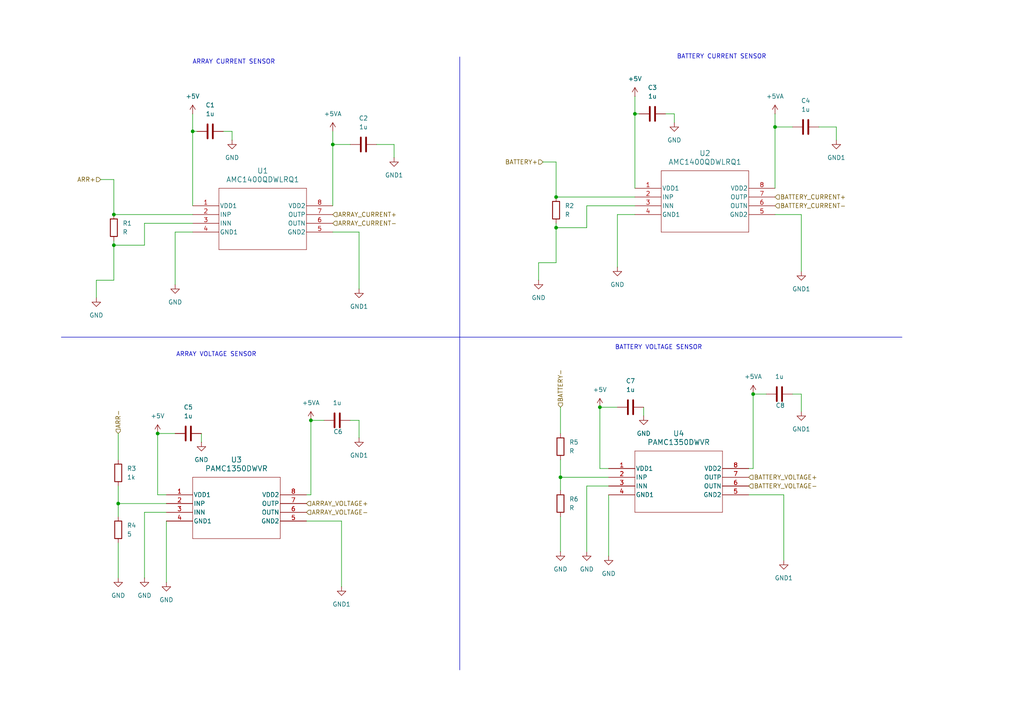
<source format=kicad_sch>
(kicad_sch (version 20231120) (generator "eeschema") (generator_version "8.0")
  (paper "A4")
  (lib_symbols
    (symbol "AMC1350 Precision, ±5-V Input, Reinforced Isolated Amplifier:PAMC1350DWVR" (pin_names (offset 0.254))
      (property "Reference" "U" (at 20.32 10.16 0))
      (property "Value" "PAMC1350DWVR" (at 20.32 7.62 0))
      (symbol "PAMC1350DWVR_0_1"
        (polyline (pts (xy 7.62 -12.7) (xy 33.02 -12.7)) (stroke (width 0.127)))
        (polyline (pts (xy 7.62 5.08) (xy 7.62 -12.7)) (stroke (width 0.127)))
        (polyline (pts (xy 33.02 -12.7) (xy 33.02 5.08)) (stroke (width 0.127)))
        (polyline (pts (xy 33.02 5.08) (xy 7.62 5.08)) (stroke (width 0.127)))
        (pin power_in line (at 0 0 0) (length 7.62) (name "VDD1") (number "1"))
        (pin input line (at 0 -2.54 0) (length 7.62) (name "INP") (number "2"))
        (pin input line (at 0 -5.08 0) (length 7.62) (name "INN") (number "3"))
        (pin power_out line (at 0 -7.62 0) (length 7.62) (name "GND1") (number "4"))
        (pin power_out line (at 40.64 -7.62 180) (length 7.62) (name "GND2") (number "5"))
        (pin output line (at 40.64 -5.08 180) (length 7.62) (name "OUTN") (number "6"))
        (pin output line (at 40.64 -2.54 180) (length 7.62) (name "OUTP") (number "7"))
        (pin power_in line (at 40.64 0 180) (length 7.62) (name "VDD2") (number "8"))
      )
    )
    (symbol "AMC1400 Precision, ±250-mV Input, Reinforced Isolated Amplifier in a 15-mm Stretched SOIC Package:AMC1400QDWLRQ1" (pin_names (offset 0.254))
      (property "Reference" "U" (at 20.32 10.16 0))
      (property "Value" "AMC1400QDWLRQ1" (at 20.32 7.62 0))
      (symbol "AMC1400QDWLRQ1_0_1"
        (polyline (pts (xy 7.62 -12.7) (xy 33.02 -12.7)) (stroke (width 0.127)))
        (polyline (pts (xy 7.62 5.08) (xy 7.62 -12.7)) (stroke (width 0.127)))
        (polyline (pts (xy 33.02 -12.7) (xy 33.02 5.08)) (stroke (width 0.127)))
        (polyline (pts (xy 33.02 5.08) (xy 7.62 5.08)) (stroke (width 0.127)))
        (pin power_in line (at 0 0 0) (length 7.62) (name "VDD1") (number "1"))
        (pin input line (at 0 -2.54 0) (length 7.62) (name "INP") (number "2"))
        (pin input line (at 0 -5.08 0) (length 7.62) (name "INN") (number "3"))
        (pin power_out line (at 0 -7.62 0) (length 7.62) (name "GND1") (number "4"))
        (pin power_out line (at 40.64 -7.62 180) (length 7.62) (name "GND2") (number "5"))
        (pin output line (at 40.64 -5.08 180) (length 7.62) (name "OUTN") (number "6"))
        (pin output line (at 40.64 -2.54 180) (length 7.62) (name "OUTP") (number "7"))
        (pin power_in line (at 40.64 0 180) (length 7.62) (name "VDD2") (number "8"))
      )
    )
    (symbol "Device:C" (pin_numbers hide) (pin_names (offset 0.254))
      (property "Reference" "C" (at 0.635 2.54 0))
      (property "Value" "C" (at 0.635 -2.54 0))
      (symbol "C_0_1"
        (polyline (pts (xy -2.032 -0.762) (xy 2.032 -0.762)) (stroke (width 0.508)))
        (polyline (pts (xy -2.032 0.762) (xy 2.032 0.762)) (stroke (width 0.508)))
      )
      (symbol "C_1_1"
        (pin passive line (at 0 3.81 270) (length 2.794) (name "~") (number "1"))
        (pin passive line (at 0 -3.81 90) (length 2.794) (name "~") (number "2"))
      )
    )
    (symbol "Device:R" (pin_numbers hide) (pin_names (offset 0))
      (property "Reference" "R" (at 2.032 0 90))
      (property "Value" "R" (at 0 0 90))
      (symbol "R_0_1"
        (rectangle (start -1.016 -2.54) (end 1.016 2.54) (stroke (width 0.254)))
      )
      (symbol "R_1_1"
        (pin passive line (at 0 3.81 270) (length 1.27) (name "~") (number "1"))
        (pin passive line (at 0 -3.81 90) (length 1.27) (name "~") (number "2"))
      )
    )
    (symbol "power:+5V" (power) (pin_numbers hide) (pin_names (offset 0) hide)
      (property "Value" "+5V" (at 0 3.556 0))
      (symbol "+5V_0_1"
        (polyline (pts (xy -0.762 1.27) (xy 0 2.54)))
        (polyline (pts (xy 0 0) (xy 0 2.54)))
        (polyline (pts (xy 0 2.54) (xy 0.762 1.27)))
      )
      (symbol "+5V_1_1"
        (pin power_in line (at 0 0 90) (length 0) (name "~") (number "1"))
      )
    )
    (symbol "power:GND" (power) (pin_numbers hide) (pin_names (offset 0) hide)
      (property "Value" "GND" (at 0 -3.81 0))
      (symbol "GND_0_1"
        (polyline (pts (xy 0 0) (xy 0 -1.27) (xy 1.27 -1.27) (xy 0 -2.54) (xy -1.27 -1.27) (xy 0 -1.27)))
      )
      (symbol "GND_1_1"
        (pin power_in line (at 0 0 270) (length 0) (name "~") (number "1"))
      )
    )
    (symbol "power:GND1" (power) (pin_numbers hide) (pin_names (offset 0) hide)
      (property "Value" "GND1" (at 0 -3.81 0))
      (symbol "GND1_0_1"
        (polyline (pts (xy 0 0) (xy 0 -1.27) (xy 1.27 -1.27) (xy 0 -2.54) (xy -1.27 -1.27) (xy 0 -1.27)))
      )
      (symbol "GND1_1_1"
        (pin power_in line (at 0 0 270) (length 0) (name "~") (number "1"))
      )
    )
  )
  (junction (at 161.29 66.04))
  (junction (at 33.02 62.23))
  (junction (at 90.17 121.92))
  (junction (at 96.52 41.91))
  (junction (at 224.79 36.83))
  (junction (at 55.88 38.1))
  (junction (at 161.29 57.15))
  (junction (at 173.99 118.11))
  (junction (at 184.15 33.02))
  (junction (at 34.29 146.05))
  (junction (at 33.02 71.12))
  (junction (at 218.44 114.3))
  (junction (at 162.56 138.43))
  (junction (at 45.72 125.73))
  (wire (pts (xy 176.53 140.97) (xy 170.18 140.97)))
  (wire (pts (xy 48.26 143.51) (xy 45.72 143.51)))
  (wire (pts (xy 64.77 38.1) (xy 67.31 38.1)))
  (wire (pts (xy 50.8 67.31) (xy 50.8 82.55)))
  (wire (pts (xy 217.17 143.51) (xy 227.33 143.51)))
  (wire (pts (xy 58.42 125.73) (xy 58.42 128.27)))
  (wire (pts (xy 162.56 138.43) (xy 162.56 142.24)))
  (wire (pts (xy 184.15 62.23) (xy 179.07 62.23)))
  (wire (pts (xy 34.29 146.05) (xy 34.29 149.86)))
  (wire (pts (xy 27.94 81.28) (xy 33.02 81.28)))
  (wire (pts (xy 218.44 114.3) (xy 222.25 114.3)))
  (wire (pts (xy 67.31 38.1) (xy 67.31 40.64)))
  (wire (pts (xy 242.57 36.83) (xy 242.57 40.64)))
  (wire (pts (xy 218.44 135.89) (xy 218.44 114.3)))
  (wire (pts (xy 173.99 135.89) (xy 173.99 118.11)))
  (wire (pts (xy 33.02 71.12) (xy 33.02 81.28)))
  (wire (pts (xy 45.72 143.51) (xy 45.72 125.73)))
  (wire (pts (xy 237.49 36.83) (xy 242.57 36.83)))
  (wire (pts (xy 88.9 151.13) (xy 99.06 151.13)))
  (wire (pts (xy 229.87 114.3) (xy 232.41 114.3)))
  (wire (pts (xy 193.04 33.02) (xy 195.58 33.02)))
  (wire (pts (xy 34.29 140.97) (xy 34.29 146.05)))
  (wire (pts (xy 27.94 81.28) (xy 27.94 86.36)))
  (wire (pts (xy 55.88 38.1) (xy 57.15 38.1)))
  (wire (pts (xy 109.22 41.91) (xy 114.3 41.91)))
  (wire (pts (xy 33.02 69.85) (xy 33.02 71.12)))
  (wire (pts (xy 96.52 41.91) (xy 96.52 59.69)))
  (wire (pts (xy 104.14 67.31) (xy 104.14 83.82)))
  (wire (pts (xy 33.02 52.07) (xy 33.02 62.23)))
  (polyline (pts (xy 133.35 16.51) (xy 133.35 194.31)))
  (wire (pts (xy 157.48 46.99) (xy 161.29 46.99)))
  (wire (pts (xy 176.53 143.51) (xy 176.53 161.29)))
  (wire (pts (xy 161.29 57.15) (xy 184.15 57.15)))
  (wire (pts (xy 162.56 149.86) (xy 162.56 160.02)))
  (wire (pts (xy 162.56 118.11) (xy 162.56 125.73)))
  (wire (pts (xy 96.52 41.91) (xy 101.6 41.91)))
  (wire (pts (xy 101.6 121.92) (xy 104.14 121.92)))
  (wire (pts (xy 224.79 36.83) (xy 229.87 36.83)))
  (wire (pts (xy 184.15 59.69) (xy 170.18 59.69)))
  (wire (pts (xy 99.06 151.13) (xy 99.06 170.18)))
  (wire (pts (xy 173.99 118.11) (xy 179.07 118.11)))
  (wire (pts (xy 90.17 143.51) (xy 90.17 121.92)))
  (wire (pts (xy 45.72 125.73) (xy 50.8 125.73)))
  (wire (pts (xy 170.18 140.97) (xy 170.18 160.02)))
  (wire (pts (xy 161.29 46.99) (xy 161.29 57.15)))
  (wire (pts (xy 48.26 151.13) (xy 48.26 168.91)))
  (wire (pts (xy 176.53 135.89) (xy 173.99 135.89)))
  (wire (pts (xy 232.41 62.23) (xy 232.41 78.74)))
  (wire (pts (xy 48.26 148.59) (xy 41.91 148.59)))
  (wire (pts (xy 90.17 121.92) (xy 93.98 121.92)))
  (wire (pts (xy 224.79 62.23) (xy 232.41 62.23)))
  (wire (pts (xy 227.33 143.51) (xy 227.33 162.56)))
  (wire (pts (xy 156.21 76.2) (xy 156.21 81.28)))
  (wire (pts (xy 161.29 64.77) (xy 161.29 66.04)))
  (polyline (pts (xy 17.78 97.79) (xy 261.62 97.79)))
  (wire (pts (xy 55.88 64.77) (xy 41.91 64.77)))
  (wire (pts (xy 88.9 143.51) (xy 90.17 143.51)))
  (wire (pts (xy 41.91 71.12) (xy 33.02 71.12)))
  (wire (pts (xy 104.14 121.92) (xy 104.14 127)))
  (wire (pts (xy 184.15 27.94) (xy 184.15 33.02)))
  (wire (pts (xy 41.91 64.77) (xy 41.91 71.12)))
  (wire (pts (xy 184.15 33.02) (xy 184.15 54.61)))
  (wire (pts (xy 96.52 38.1) (xy 96.52 41.91)))
  (wire (pts (xy 34.29 125.73) (xy 34.29 133.35)))
  (wire (pts (xy 55.88 33.02) (xy 55.88 38.1)))
  (wire (pts (xy 224.79 36.83) (xy 224.79 54.61)))
  (wire (pts (xy 34.29 146.05) (xy 48.26 146.05)))
  (wire (pts (xy 34.29 157.48) (xy 34.29 167.64)))
  (wire (pts (xy 170.18 66.04) (xy 161.29 66.04)))
  (wire (pts (xy 224.79 33.02) (xy 224.79 36.83)))
  (wire (pts (xy 96.52 67.31) (xy 104.14 67.31)))
  (wire (pts (xy 114.3 41.91) (xy 114.3 45.72)))
  (wire (pts (xy 217.17 135.89) (xy 218.44 135.89)))
  (wire (pts (xy 33.02 62.23) (xy 55.88 62.23)))
  (wire (pts (xy 195.58 33.02) (xy 195.58 35.56)))
  (wire (pts (xy 184.15 33.02) (xy 185.42 33.02)))
  (wire (pts (xy 162.56 133.35) (xy 162.56 138.43)))
  (wire (pts (xy 170.18 59.69) (xy 170.18 66.04)))
  (wire (pts (xy 156.21 76.2) (xy 161.29 76.2)))
  (wire (pts (xy 41.91 148.59) (xy 41.91 167.64)))
  (wire (pts (xy 55.88 38.1) (xy 55.88 59.69)))
  (wire (pts (xy 55.88 67.31) (xy 50.8 67.31)))
  (wire (pts (xy 176.53 138.43) (xy 162.56 138.43)))
  (wire (pts (xy 186.69 118.11) (xy 186.69 120.65)))
  (wire (pts (xy 179.07 62.23) (xy 179.07 77.47)))
  (wire (pts (xy 161.29 66.04) (xy 161.29 76.2)))
  (wire (pts (xy 232.41 114.3) (xy 232.41 119.38)))
  (wire (pts (xy 29.21 52.07) (xy 33.02 52.07)))
  (text "BATTERY VOLTAGE SENSOR\n" (at 191.008 100.838 0) (effects (font (size 1.27 1.27))))
  (text "BATTERY CURRENT SENSOR\n" (at 209.296 16.51 0) (effects (font (size 1.27 1.27))))
  (text "ARRAY CURRENT SENSOR\n" (at 67.818 18.034 0) (effects (font (size 1.27 1.27))))
  (text "ARRAY VOLTAGE SENSOR\n" (at 62.738 102.87 0) (effects (font (size 1.27 1.27))))
  (hierarchical_label "BATTERY_VOLTAGE-" (shape input) (at 217.17 140.97 0))
  (hierarchical_label "ARRAY_VOLTAGE-" (shape input) (at 88.9 148.59 0))
  (hierarchical_label "ARRAY_CURRENT-" (shape input) (at 96.52 64.77 0))
  (hierarchical_label "ARRAY_VOLTAGE+" (shape input) (at 88.9 146.05 0))
  (hierarchical_label "BATTERY_CURRENT-" (shape input) (at 224.79 59.69 0))
  (hierarchical_label "ARR+" (shape input) (at 29.21 52.07 180))
  (hierarchical_label "BATTERY-" (shape input) (at 162.56 118.11 90))
  (hierarchical_label "ARRAY_CURRENT+" (shape input) (at 96.52 62.23 0))
  (hierarchical_label "BATTERY_CURRENT+" (shape input) (at 224.79 57.15 0))
  (hierarchical_label "ARR-" (shape input) (at 34.29 125.73 90))
  (hierarchical_label "BATTERY+" (shape input) (at 157.48 46.99 180))
  (hierarchical_label "BATTERY_VOLTAGE+" (shape input) (at 217.17 138.43 0))
  (symbol (lib_id "power:GND") (at 58.42 128.27 0) (unit 1)
    (property "Reference" "#PWR07" (effects (hide yes)))
    (property "Value" "GND" (at 58.42 133.35 0))
    (property "Description" "Power symbol creates a global label with name \"GND\" , ground" (effects (hide yes)))
    (instances (project "ADC_Board" (path "" (reference "#PWR0101") (unit 1))))
  )
  (symbol (lib_id "Device:R") (at 34.29 153.67 0) (unit 1)
    (property "Reference" "R2" (at 36.83 152.3999 0) (effects (justify left)))
    (property "Value" "5" (at 36.83 154.9399 0) (effects (justify left)))
    (property "Description" "Resistor" (effects (hide yes)))
    (instances (project "ADC_Board" (path "" (reference "R4") (unit 1))))
  )
  (symbol (lib_id "power:GND1") (at 232.41 78.74 0) (unit 1)
    (property "Reference" "#PWR0126" (effects (hide yes)))
    (property "Value" "GND1" (at 232.41 83.82 0))
    (property "Description" "Power symbol creates a global label with name \"GND1\" , ground" (effects (hide yes)))
  )
  (symbol (lib_id "AMC1350 Precision, ±5-V Input, Reinforced Isolated Amplifier:PAMC1350DWVR") (at 48.26 143.51 0) (unit 1)
    (property "Reference" "U2" (at 68.58 133.35 0) (effects (font (size 1.524 1.524))))
    (property "Value" "PAMC1350DWVR" (at 68.58 135.89 0) (effects (font (size 1.524 1.524))))
    (property "Footprint" "U_PAMC1350DWVR_TEX" (effects (hide yes)))
    (property "Datasheet" "PAMC1350DWVR" (effects (hide yes)))
    (instances (project "ADC_Board" (path "" (reference "U3") (unit 1))))
  )
  (symbol (lib_id "Device:C") (at 60.96 38.1 90) (unit 1)
    (property "Reference" "C2" (at 60.96 30.48 90))
    (property "Value" "1u" (at 60.96 33.02 90))
    (property "Footprint" "Capacitor_THT:C_Disc_D3.8mm_W2.6mm_P2.50mm" (effects (hide yes)))
    (property "Description" "Unpolarized capacitor" (effects (hide yes)))
    (instances (project "ADC_Board" (path "" (reference "C1") (unit 1))))
  )
  (symbol (lib_id "AMC1350 Precision, ±5-V Input, Reinforced Isolated Amplifier:PAMC1350DWVR") (at 176.53 135.89 0) (unit 1)
    (property "Reference" "U5" (at 196.85 125.73 0) (effects (font (size 1.524 1.524))))
    (property "Value" "PAMC1350DWVR" (at 196.85 128.27 0) (effects (font (size 1.524 1.524))))
    (property "Footprint" "U_PAMC1350DWVR_TEX" (effects (hide yes)))
    (property "Datasheet" "PAMC1350DWVR" (effects (hide yes)))
    (instances (project "ADC_Board" (path "" (reference "U4") (unit 1))))
  )
  (symbol (lib_id "power:+5V") (at 224.79 33.02 0) (unit 1)
    (property "Reference" "#PWR0116" (effects (hide yes)))
    (property "Value" "+5VA" (at 224.79 27.94 0))
    (property "Description" "Power symbol creates a global label with name \"+5V\"" (effects (hide yes)))
  )
  (symbol (lib_id "power:GND") (at 27.94 86.36 0) (unit 1)
    (property "Reference" "#PWR01" (effects (hide yes)))
    (property "Value" "GND" (at 27.94 91.44 0))
    (property "Description" "Power symbol creates a global label with name \"GND\" , ground" (effects (hide yes)))
    (instances (project "ADC_Board" (path "" (reference "#PWR0130") (unit 1))))
  )
  (symbol (lib_id "power:GND") (at 48.26 168.91 0) (unit 1)
    (property "Reference" "#PWR05" (effects (hide yes)))
    (property "Value" "GND" (at 48.26 173.99 0))
    (property "Description" "Power symbol creates a global label with name \"GND\" , ground" (effects (hide yes)))
    (instances (project "ADC_Board" (path "" (reference "#PWR0105") (unit 1))))
  )
  (symbol (lib_id "Device:R") (at 33.02 66.04 0) (unit 1)
    (property "Reference" "R3" (at 35.56 64.7699 0) (effects (justify left)))
    (property "Value" "R" (at 35.56 67.3099 0) (effects (justify left)))
    (property "Description" "Resistor" (effects (hide yes)))
    (instances (project "ADC_Board" (path "" (reference "R1") (unit 1))))
  )
  (symbol (lib_id "Device:R") (at 34.29 137.16 0) (unit 1)
    (property "Reference" "R1" (at 36.83 135.8899 0) (effects (justify left)))
    (property "Value" "1k" (at 36.83 138.4299 0) (effects (justify left)))
    (property "Description" "Resistor" (effects (hide yes)))
    (instances (project "ADC_Board" (path "" (reference "R3") (unit 1))))
  )
  (symbol (lib_id "power:+5V") (at 218.44 114.3 0) (unit 1)
    (property "Reference" "#PWR0122" (effects (hide yes)))
    (property "Value" "+5VA" (at 218.44 109.22 0))
    (property "Description" "Power symbol creates a global label with name \"+5V\"" (effects (hide yes)))
  )
  (symbol (lib_id "Device:C") (at 189.23 33.02 90) (unit 1)
    (property "Reference" "C5" (at 189.23 25.4 90))
    (property "Value" "1u" (at 189.23 27.94 90))
    (property "Footprint" "Capacitor_THT:C_Disc_D3.8mm_W2.6mm_P2.50mm" (effects (hide yes)))
    (property "Description" "Unpolarized capacitor" (effects (hide yes)))
    (instances (project "ADC_Board" (path "" (reference "C3") (unit 1))))
  )
  (symbol (lib_id "AMC1400 Precision, ±250-mV Input, Reinforced Isolated Amplifier in a 15-mm Stretched SOIC Package:AMC1400QDWLRQ1") (at 55.88 59.69 0) (unit 1)
    (property "Reference" "U4" (at 76.2 49.53 0) (effects (font (size 1.524 1.524))))
    (property "Value" "AMC1400QDWLRQ1" (at 76.2 52.07 0) (effects (font (size 1.524 1.524))))
    (property "Footprint" "AMC1400:SOIC_DWLRQ1_TEX" (effects (hide yes)))
    (property "Datasheet" "AMC1400QDWLRQ1" (effects (hide yes)))
    (instances (project "ADC_Board" (path "" (reference "U1") (unit 1))))
  )
  (symbol (lib_id "power:GND1") (at 114.3 45.72 0) (unit 1)
    (property "Reference" "#PWR033" (effects (hide yes)))
    (property "Value" "GND1" (at 114.3 50.8 0))
    (property "Description" "Power symbol creates a global label with name \"GND1\" , ground" (effects (hide yes)))
    (instances (project "ADC_Board" (path "" (reference "#PWR0114") (unit 1))))
  )
  (symbol (lib_id "Device:C") (at 182.88 118.11 90) (unit 1)
    (property "Reference" "C7" (at 182.88 110.49 90))
    (property "Value" "1u" (at 182.88 113.03 90))
    (property "Footprint" "Capacitor_THT:C_Disc_D3.8mm_W2.6mm_P2.50mm" (effects (hide yes)))
    (property "Description" "Unpolarized capacitor" (effects (hide yes)))
  )
  (symbol (lib_id "power:+5V") (at 96.52 38.1 0) (unit 1)
    (property "Reference" "#PWR04" (effects (hide yes)))
    (property "Value" "+5VA" (at 96.52 33.02 0))
    (property "Description" "Power symbol creates a global label with name \"+5V\"" (effects (hide yes)))
    (instances (project "ADC_Board" (path "" (reference "#PWR0127") (unit 1))))
  )
  (symbol (lib_id "power:+5V") (at 184.15 27.94 0) (unit 1)
    (property "Reference" "#PWR0115" (effects (hide yes)))
    (property "Value" "+5V" (at 184.15 22.86 0))
    (property "Description" "Power symbol creates a global label with name \"+5V\"" (effects (hide yes)))
  )
  (symbol (lib_id "Device:C") (at 233.68 36.83 90) (unit 1)
    (property "Reference" "C6" (at 233.68 29.21 90))
    (property "Value" "1u" (at 233.68 31.75 90))
    (property "Footprint" "Capacitor_THT:C_Disc_D3.8mm_W2.6mm_P2.50mm" (effects (hide yes)))
    (property "Description" "Unpolarized capacitor" (effects (hide yes)))
    (instances (project "ADC_Board" (path "" (reference "C4") (unit 1))))
  )
  (symbol (lib_id "power:GND1") (at 104.14 127 0) (unit 1)
    (property "Reference" "#PWR0102" (effects (hide yes)))
    (property "Value" "GND1" (at 104.14 132.08 0))
    (property "Description" "Power symbol creates a global label with name \"GND1\" , ground" (effects (hide yes)))
  )
  (symbol (lib_id "AMC1400 Precision, ±250-mV Input, Reinforced Isolated Amplifier in a 15-mm Stretched SOIC Package:AMC1400QDWLRQ1") (at 184.15 54.61 0) (unit 1)
    (property "Reference" "U3" (at 204.47 44.45 0) (effects (font (size 1.524 1.524))))
    (property "Value" "AMC1400QDWLRQ1" (at 204.47 46.99 0) (effects (font (size 1.524 1.524))))
    (property "Footprint" "AMC1400:SOIC_DWLRQ1_TEX" (effects (hide yes)))
    (property "Datasheet" "AMC1400QDWLRQ1" (effects (hide yes)))
    (instances (project "ADC_Board" (path "" (reference "U2") (unit 1))))
  )
  (symbol (lib_id "power:GND") (at 170.18 160.02 0) (unit 1)
    (property "Reference" "#PWR024" (effects (hide yes)))
    (property "Value" "GND" (at 170.18 165.1 0))
    (property "Description" "Power symbol creates a global label with name \"GND\" , ground" (effects (hide yes)))
    (instances (project "ADC_Board" (path "" (reference "#PWR0118") (unit 1))))
  )
  (symbol (lib_id "Device:R") (at 161.29 60.96 0) (unit 1)
    (property "Reference" "R4" (at 163.83 59.6899 0) (effects (justify left)))
    (property "Value" "R" (at 163.83 62.2299 0) (effects (justify left)))
    (property "Description" "Resistor" (effects (hide yes)))
    (instances (project "ADC_Board" (path "" (reference "R2") (unit 1))))
  )
  (symbol (lib_id "power:GND1") (at 242.57 40.64 0) (unit 1)
    (property "Reference" "#PWR0125" (effects (hide yes)))
    (property "Value" "GND1" (at 242.57 45.72 0))
    (property "Description" "Power symbol creates a global label with name \"GND1\" , ground" (effects (hide yes)))
  )
  (symbol (lib_id "power:GND1") (at 227.33 162.56 0) (unit 1)
    (property "Reference" "#PWR0120" (effects (hide yes)))
    (property "Value" "GND1" (at 227.33 167.64 0))
    (property "Description" "Power symbol creates a global label with name \"GND1\" , ground" (effects (hide yes)))
  )
  (symbol (lib_id "Device:C") (at 105.41 41.91 90) (unit 1)
    (property "Reference" "C4" (at 105.41 34.29 90))
    (property "Value" "1u" (at 105.41 36.83 90))
    (property "Footprint" "Capacitor_THT:C_Disc_D3.8mm_W2.6mm_P2.50mm" (effects (hide yes)))
    (property "Description" "Unpolarized capacitor" (effects (hide yes)))
    (instances (project "ADC_Board" (path "" (reference "C2") (unit 1))))
  )
  (symbol (lib_id "power:+5V") (at 90.17 121.92 0) (unit 1)
    (property "Reference" "#PWR0108" (effects (hide yes)))
    (property "Value" "+5VA" (at 90.17 116.84 0))
    (property "Description" "Power symbol creates a global label with name \"+5V\"" (effects (hide yes)))
  )
  (symbol (lib_id "Device:C") (at 97.79 121.92 90) (unit 1)
    (property "Reference" "C3" (at 98.044 125.222 90))
    (property "Value" "1u" (at 97.79 116.84 90))
    (property "Footprint" "Capacitor_THT:C_Disc_D3.8mm_W2.6mm_P2.50mm" (effects (hide yes)))
    (property "Description" "Unpolarized capacitor" (effects (hide yes)))
    (instances (project "ADC_Board" (path "" (reference "C6") (unit 1))))
  )
  (symbol (lib_id "Device:C") (at 226.06 114.3 90) (unit 1)
    (property "Reference" "C8" (at 226.314 117.602 90))
    (property "Value" "1u" (at 226.06 109.22 90))
    (property "Footprint" "Capacitor_THT:C_Disc_D3.8mm_W2.6mm_P2.50mm" (effects (hide yes)))
    (property "Description" "Unpolarized capacitor" (effects (hide yes)))
  )
  (symbol (lib_id "power:+5V") (at 173.99 118.11 0) (unit 1)
    (property "Reference" "#PWR0124" (effects (hide yes)))
    (property "Value" "+5V" (at 173.99 113.03 0))
    (property "Description" "Power symbol creates a global label with name \"+5V\"" (effects (hide yes)))
  )
  (symbol (lib_id "Device:R") (at 162.56 146.05 0) (unit 1)
    (property "Reference" "R6" (at 165.1 144.7799 0) (effects (justify left)))
    (property "Value" "R" (at 165.1 147.3199 0) (effects (justify left)))
    (property "Description" "Resistor" (effects (hide yes)))
  )
  (symbol (lib_id "power:+5V") (at 55.88 33.02 0) (unit 1)
    (property "Reference" "#PWR0112" (effects (hide yes)))
    (property "Value" "+5V" (at 55.88 27.94 0))
    (property "Description" "Power symbol creates a global label with name \"+5V\"" (effects (hide yes)))
  )
  (symbol (lib_id "power:GND1") (at 104.14 83.82 0) (unit 1)
    (property "Reference" "#PWR0128" (effects (hide yes)))
    (property "Value" "GND1" (at 104.14 88.9 0))
    (property "Description" "Power symbol creates a global label with name \"GND1\" , ground" (effects (hide yes)))
  )
  (symbol (lib_id "Device:R") (at 162.56 129.54 0) (unit 1)
    (property "Reference" "R5" (at 165.1 128.2699 0) (effects (justify left)))
    (property "Value" "R" (at 165.1 130.8099 0) (effects (justify left)))
    (property "Description" "Resistor" (effects (hide yes)))
  )
  (symbol (lib_id "power:GND") (at 186.69 120.65 0) (unit 1)
    (property "Reference" "#PWR027" (effects (hide yes)))
    (property "Value" "GND" (at 186.69 125.73 0))
    (property "Description" "Power symbol creates a global label with name \"GND\" , ground" (effects (hide yes)))
    (instances (project "ADC_Board" (path "" (reference "#PWR0121") (unit 1))))
  )
  (symbol (lib_id "power:GND") (at 156.21 81.28 0) (unit 1)
    (property "Reference" "#PWR016" (effects (hide yes)))
    (property "Value" "GND" (at 156.21 86.36 0))
    (property "Description" "Power symbol creates a global label with name \"GND\" , ground" (effects (hide yes)))
    (instances (project "ADC_Board" (path "" (reference "#PWR0111") (unit 1))))
  )
  (symbol (lib_id "power:GND") (at 50.8 82.55 0) (unit 1)
    (property "Reference" "#PWR06" (effects (hide yes)))
    (property "Value" "GND" (at 50.8 87.63 0))
    (property "Description" "Power symbol creates a global label with name \"GND\" , ground" (effects (hide yes)))
    (instances (project "ADC_Board" (path "" (reference "#PWR0129") (unit 1))))
  )
  (symbol (lib_id "power:GND") (at 162.56 160.02 0) (unit 1)
    (property "Reference" "#PWR023" (effects (hide yes)))
    (property "Value" "GND" (at 162.56 165.1 0))
    (property "Description" "Power symbol creates a global label with name \"GND\" , ground" (effects (hide yes)))
    (instances (project "ADC_Board" (path "" (reference "#PWR0109") (unit 1))))
  )
  (symbol (lib_id "power:GND1") (at 99.06 170.18 0) (unit 1)
    (property "Reference" "#PWR0103" (effects (hide yes)))
    (property "Value" "GND1" (at 99.06 175.26 0))
    (property "Description" "Power symbol creates a global label with name \"GND1\" , ground" (effects (hide yes)))
  )
  (symbol (lib_id "power:GND1") (at 232.41 119.38 0) (unit 1)
    (property "Reference" "#PWR0123" (effects (hide yes)))
    (property "Value" "GND1" (at 232.41 124.46 0))
    (property "Description" "Power symbol creates a global label with name \"GND1\" , ground" (effects (hide yes)))
  )
  (symbol (lib_id "power:GND") (at 34.29 167.64 0) (unit 1)
    (property "Reference" "#PWR02" (effects (hide yes)))
    (property "Value" "GND" (at 34.29 172.72 0))
    (property "Description" "Power symbol creates a global label with name \"GND\" , ground" (effects (hide yes)))
    (instances (project "ADC_Board" (path "" (reference "#PWR0106") (unit 1))))
  )
  (symbol (lib_id "power:GND") (at 195.58 35.56 0) (unit 1)
    (property "Reference" "#PWR019" (effects (hide yes)))
    (property "Value" "GND" (at 195.58 40.64 0))
    (property "Description" "Power symbol creates a global label with name \"GND\" , ground" (effects (hide yes)))
    (instances (project "ADC_Board" (path "" (reference "#PWR0117") (unit 1))))
  )
  (symbol (lib_id "power:+5V") (at 45.72 125.73 0) (unit 1)
    (property "Reference" "#PWR0104" (effects (hide yes)))
    (property "Value" "+5V" (at 45.72 120.65 0))
    (property "Description" "Power symbol creates a global label with name \"+5V\"" (effects (hide yes)))
  )
  (symbol (lib_id "power:GND") (at 176.53 161.29 0) (unit 1)
    (property "Reference" "#PWR026" (effects (hide yes)))
    (property "Value" "GND" (at 176.53 166.37 0))
    (property "Description" "Power symbol creates a global label with name \"GND\" , ground" (effects (hide yes)))
    (instances (project "ADC_Board" (path "" (reference "#PWR0119") (unit 1))))
  )
  (symbol (lib_id "Device:C") (at 54.61 125.73 90) (unit 1)
    (property "Reference" "C1" (at 54.61 118.11 90))
    (property "Value" "1u" (at 54.61 120.65 90))
    (property "Footprint" "Capacitor_THT:C_Disc_D3.8mm_W2.6mm_P2.50mm" (effects (hide yes)))
    (property "Description" "Unpolarized capacitor" (effects (hide yes)))
    (instances (project "ADC_Board" (path "" (reference "C5") (unit 1))))
  )
  (symbol (lib_id "power:GND") (at 67.31 40.64 0) (unit 1)
    (property "Reference" "#PWR09" (effects (hide yes)))
    (property "Value" "GND" (at 67.31 45.72 0))
    (property "Description" "Power symbol creates a global label with name \"GND\" , ground" (effects (hide yes)))
    (instances (project "ADC_Board" (path "" (reference "#PWR0113") (unit 1))))
  )
  (symbol (lib_id "power:GND") (at 41.91 167.64 0) (unit 1)
    (property "Reference" "#PWR03" (effects (hide yes)))
    (property "Value" "GND" (at 41.91 172.72 0))
    (property "Description" "Power symbol creates a global label with name \"GND\" , ground" (effects (hide yes)))
    (instances (project "ADC_Board" (path "" (reference "#PWR0107") (unit 1))))
  )
  (symbol (lib_id "power:GND") (at 179.07 77.47 0) (unit 1)
    (property "Reference" "#PWR017" (effects (hide yes)))
    (property "Value" "GND" (at 179.07 82.55 0))
    (property "Description" "Power symbol creates a global label with name \"GND\" , ground" (effects (hide yes)))
    (instances (project "ADC_Board" (path "" (reference "#PWR0110") (unit 1))))
  )
)
</source>
